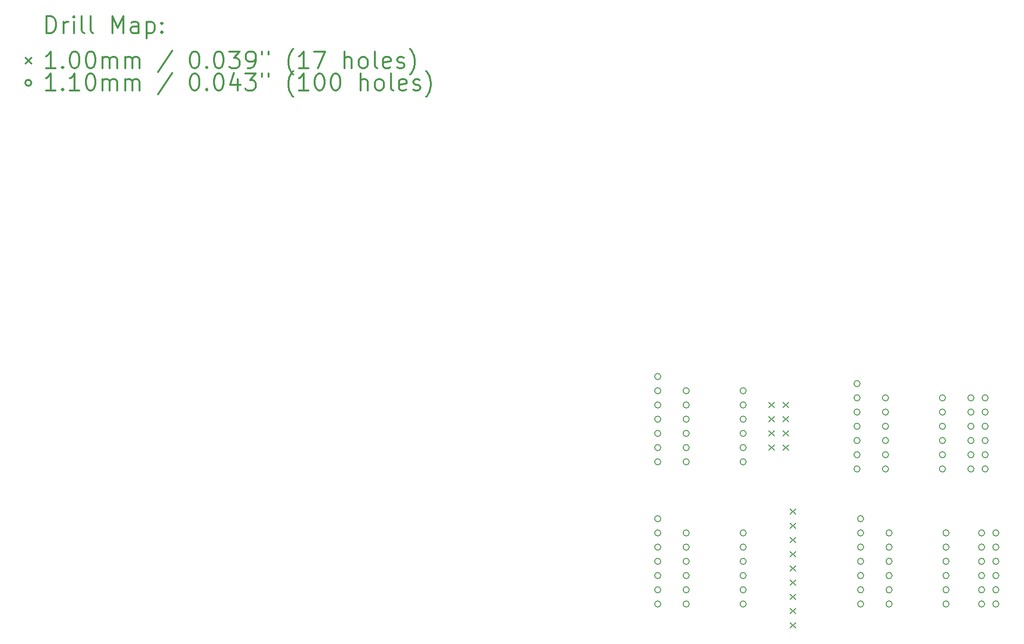
<source format=gbr>
%FSLAX45Y45*%
G04 Gerber Fmt 4.5, Leading zero omitted, Abs format (unit mm)*
G04 Created by KiCad (PCBNEW 4.0.7) date 08/25/18 10:55:58*
%MOMM*%
%LPD*%
G01*
G04 APERTURE LIST*
%ADD10C,0.127000*%
%ADD11C,0.200000*%
%ADD12C,0.300000*%
G04 APERTURE END LIST*
D10*
D11*
X13158000Y-7062000D02*
X13258000Y-7162000D01*
X13258000Y-7062000D02*
X13158000Y-7162000D01*
X13158000Y-7316000D02*
X13258000Y-7416000D01*
X13258000Y-7316000D02*
X13158000Y-7416000D01*
X13158000Y-7570000D02*
X13258000Y-7670000D01*
X13258000Y-7570000D02*
X13158000Y-7670000D01*
X13158000Y-7824000D02*
X13258000Y-7924000D01*
X13258000Y-7824000D02*
X13158000Y-7924000D01*
X13412000Y-7062000D02*
X13512000Y-7162000D01*
X13512000Y-7062000D02*
X13412000Y-7162000D01*
X13412000Y-7316000D02*
X13512000Y-7416000D01*
X13512000Y-7316000D02*
X13412000Y-7416000D01*
X13412000Y-7570000D02*
X13512000Y-7670000D01*
X13512000Y-7570000D02*
X13412000Y-7670000D01*
X13412000Y-7824000D02*
X13512000Y-7924000D01*
X13512000Y-7824000D02*
X13412000Y-7924000D01*
X13539000Y-8967000D02*
X13639000Y-9067000D01*
X13639000Y-8967000D02*
X13539000Y-9067000D01*
X13539000Y-9221000D02*
X13639000Y-9321000D01*
X13639000Y-9221000D02*
X13539000Y-9321000D01*
X13539000Y-9475000D02*
X13639000Y-9575000D01*
X13639000Y-9475000D02*
X13539000Y-9575000D01*
X13539000Y-9729000D02*
X13639000Y-9829000D01*
X13639000Y-9729000D02*
X13539000Y-9829000D01*
X13539000Y-9983000D02*
X13639000Y-10083000D01*
X13639000Y-9983000D02*
X13539000Y-10083000D01*
X13539000Y-10237000D02*
X13639000Y-10337000D01*
X13639000Y-10237000D02*
X13539000Y-10337000D01*
X13539000Y-10491000D02*
X13639000Y-10591000D01*
X13639000Y-10491000D02*
X13539000Y-10591000D01*
X13539000Y-10745000D02*
X13639000Y-10845000D01*
X13639000Y-10745000D02*
X13539000Y-10845000D01*
X13539000Y-10999000D02*
X13639000Y-11099000D01*
X13639000Y-10999000D02*
X13539000Y-11099000D01*
X11231000Y-6604000D02*
G75*
G03X11231000Y-6604000I-55000J0D01*
G01*
X11231000Y-6858000D02*
G75*
G03X11231000Y-6858000I-55000J0D01*
G01*
X11231000Y-7112000D02*
G75*
G03X11231000Y-7112000I-55000J0D01*
G01*
X11231000Y-7366000D02*
G75*
G03X11231000Y-7366000I-55000J0D01*
G01*
X11231000Y-7620000D02*
G75*
G03X11231000Y-7620000I-55000J0D01*
G01*
X11231000Y-7874000D02*
G75*
G03X11231000Y-7874000I-55000J0D01*
G01*
X11231000Y-8128000D02*
G75*
G03X11231000Y-8128000I-55000J0D01*
G01*
X11231000Y-9144000D02*
G75*
G03X11231000Y-9144000I-55000J0D01*
G01*
X11231000Y-9398000D02*
G75*
G03X11231000Y-9398000I-55000J0D01*
G01*
X11231000Y-9652000D02*
G75*
G03X11231000Y-9652000I-55000J0D01*
G01*
X11231000Y-9906000D02*
G75*
G03X11231000Y-9906000I-55000J0D01*
G01*
X11231000Y-10160000D02*
G75*
G03X11231000Y-10160000I-55000J0D01*
G01*
X11231000Y-10414000D02*
G75*
G03X11231000Y-10414000I-55000J0D01*
G01*
X11231000Y-10668000D02*
G75*
G03X11231000Y-10668000I-55000J0D01*
G01*
X11739000Y-6858000D02*
G75*
G03X11739000Y-6858000I-55000J0D01*
G01*
X11739000Y-7112000D02*
G75*
G03X11739000Y-7112000I-55000J0D01*
G01*
X11739000Y-7366000D02*
G75*
G03X11739000Y-7366000I-55000J0D01*
G01*
X11739000Y-7620000D02*
G75*
G03X11739000Y-7620000I-55000J0D01*
G01*
X11739000Y-7874000D02*
G75*
G03X11739000Y-7874000I-55000J0D01*
G01*
X11739000Y-8128000D02*
G75*
G03X11739000Y-8128000I-55000J0D01*
G01*
X11739000Y-9398000D02*
G75*
G03X11739000Y-9398000I-55000J0D01*
G01*
X11739000Y-9652000D02*
G75*
G03X11739000Y-9652000I-55000J0D01*
G01*
X11739000Y-9906000D02*
G75*
G03X11739000Y-9906000I-55000J0D01*
G01*
X11739000Y-10160000D02*
G75*
G03X11739000Y-10160000I-55000J0D01*
G01*
X11739000Y-10414000D02*
G75*
G03X11739000Y-10414000I-55000J0D01*
G01*
X11739000Y-10668000D02*
G75*
G03X11739000Y-10668000I-55000J0D01*
G01*
X12755000Y-6858000D02*
G75*
G03X12755000Y-6858000I-55000J0D01*
G01*
X12755000Y-7112000D02*
G75*
G03X12755000Y-7112000I-55000J0D01*
G01*
X12755000Y-7366000D02*
G75*
G03X12755000Y-7366000I-55000J0D01*
G01*
X12755000Y-7620000D02*
G75*
G03X12755000Y-7620000I-55000J0D01*
G01*
X12755000Y-7874000D02*
G75*
G03X12755000Y-7874000I-55000J0D01*
G01*
X12755000Y-8128000D02*
G75*
G03X12755000Y-8128000I-55000J0D01*
G01*
X12755000Y-9398000D02*
G75*
G03X12755000Y-9398000I-55000J0D01*
G01*
X12755000Y-9652000D02*
G75*
G03X12755000Y-9652000I-55000J0D01*
G01*
X12755000Y-9906000D02*
G75*
G03X12755000Y-9906000I-55000J0D01*
G01*
X12755000Y-10160000D02*
G75*
G03X12755000Y-10160000I-55000J0D01*
G01*
X12755000Y-10414000D02*
G75*
G03X12755000Y-10414000I-55000J0D01*
G01*
X12755000Y-10668000D02*
G75*
G03X12755000Y-10668000I-55000J0D01*
G01*
X14787000Y-6731000D02*
G75*
G03X14787000Y-6731000I-55000J0D01*
G01*
X14787000Y-6985000D02*
G75*
G03X14787000Y-6985000I-55000J0D01*
G01*
X14787000Y-7239000D02*
G75*
G03X14787000Y-7239000I-55000J0D01*
G01*
X14787000Y-7493000D02*
G75*
G03X14787000Y-7493000I-55000J0D01*
G01*
X14787000Y-7747000D02*
G75*
G03X14787000Y-7747000I-55000J0D01*
G01*
X14787000Y-8001000D02*
G75*
G03X14787000Y-8001000I-55000J0D01*
G01*
X14787000Y-8255000D02*
G75*
G03X14787000Y-8255000I-55000J0D01*
G01*
X14850500Y-9144000D02*
G75*
G03X14850500Y-9144000I-55000J0D01*
G01*
X14850500Y-9398000D02*
G75*
G03X14850500Y-9398000I-55000J0D01*
G01*
X14850500Y-9652000D02*
G75*
G03X14850500Y-9652000I-55000J0D01*
G01*
X14850500Y-9906000D02*
G75*
G03X14850500Y-9906000I-55000J0D01*
G01*
X14850500Y-10160000D02*
G75*
G03X14850500Y-10160000I-55000J0D01*
G01*
X14850500Y-10414000D02*
G75*
G03X14850500Y-10414000I-55000J0D01*
G01*
X14850500Y-10668000D02*
G75*
G03X14850500Y-10668000I-55000J0D01*
G01*
X15295000Y-6985000D02*
G75*
G03X15295000Y-6985000I-55000J0D01*
G01*
X15295000Y-7239000D02*
G75*
G03X15295000Y-7239000I-55000J0D01*
G01*
X15295000Y-7493000D02*
G75*
G03X15295000Y-7493000I-55000J0D01*
G01*
X15295000Y-7747000D02*
G75*
G03X15295000Y-7747000I-55000J0D01*
G01*
X15295000Y-8001000D02*
G75*
G03X15295000Y-8001000I-55000J0D01*
G01*
X15295000Y-8255000D02*
G75*
G03X15295000Y-8255000I-55000J0D01*
G01*
X15358500Y-9398000D02*
G75*
G03X15358500Y-9398000I-55000J0D01*
G01*
X15358500Y-9652000D02*
G75*
G03X15358500Y-9652000I-55000J0D01*
G01*
X15358500Y-9906000D02*
G75*
G03X15358500Y-9906000I-55000J0D01*
G01*
X15358500Y-10160000D02*
G75*
G03X15358500Y-10160000I-55000J0D01*
G01*
X15358500Y-10414000D02*
G75*
G03X15358500Y-10414000I-55000J0D01*
G01*
X15358500Y-10668000D02*
G75*
G03X15358500Y-10668000I-55000J0D01*
G01*
X16311000Y-6985000D02*
G75*
G03X16311000Y-6985000I-55000J0D01*
G01*
X16311000Y-7239000D02*
G75*
G03X16311000Y-7239000I-55000J0D01*
G01*
X16311000Y-7493000D02*
G75*
G03X16311000Y-7493000I-55000J0D01*
G01*
X16311000Y-7747000D02*
G75*
G03X16311000Y-7747000I-55000J0D01*
G01*
X16311000Y-8001000D02*
G75*
G03X16311000Y-8001000I-55000J0D01*
G01*
X16311000Y-8255000D02*
G75*
G03X16311000Y-8255000I-55000J0D01*
G01*
X16374500Y-9398000D02*
G75*
G03X16374500Y-9398000I-55000J0D01*
G01*
X16374500Y-9652000D02*
G75*
G03X16374500Y-9652000I-55000J0D01*
G01*
X16374500Y-9906000D02*
G75*
G03X16374500Y-9906000I-55000J0D01*
G01*
X16374500Y-10160000D02*
G75*
G03X16374500Y-10160000I-55000J0D01*
G01*
X16374500Y-10414000D02*
G75*
G03X16374500Y-10414000I-55000J0D01*
G01*
X16374500Y-10668000D02*
G75*
G03X16374500Y-10668000I-55000J0D01*
G01*
X16819000Y-6985000D02*
G75*
G03X16819000Y-6985000I-55000J0D01*
G01*
X16819000Y-7239000D02*
G75*
G03X16819000Y-7239000I-55000J0D01*
G01*
X16819000Y-7493000D02*
G75*
G03X16819000Y-7493000I-55000J0D01*
G01*
X16819000Y-7747000D02*
G75*
G03X16819000Y-7747000I-55000J0D01*
G01*
X16819000Y-8001000D02*
G75*
G03X16819000Y-8001000I-55000J0D01*
G01*
X16819000Y-8255000D02*
G75*
G03X16819000Y-8255000I-55000J0D01*
G01*
X17009500Y-9398000D02*
G75*
G03X17009500Y-9398000I-55000J0D01*
G01*
X17009500Y-9652000D02*
G75*
G03X17009500Y-9652000I-55000J0D01*
G01*
X17009500Y-9906000D02*
G75*
G03X17009500Y-9906000I-55000J0D01*
G01*
X17009500Y-10160000D02*
G75*
G03X17009500Y-10160000I-55000J0D01*
G01*
X17009500Y-10414000D02*
G75*
G03X17009500Y-10414000I-55000J0D01*
G01*
X17009500Y-10668000D02*
G75*
G03X17009500Y-10668000I-55000J0D01*
G01*
X17073000Y-6985000D02*
G75*
G03X17073000Y-6985000I-55000J0D01*
G01*
X17073000Y-7239000D02*
G75*
G03X17073000Y-7239000I-55000J0D01*
G01*
X17073000Y-7493000D02*
G75*
G03X17073000Y-7493000I-55000J0D01*
G01*
X17073000Y-7747000D02*
G75*
G03X17073000Y-7747000I-55000J0D01*
G01*
X17073000Y-8001000D02*
G75*
G03X17073000Y-8001000I-55000J0D01*
G01*
X17073000Y-8255000D02*
G75*
G03X17073000Y-8255000I-55000J0D01*
G01*
X17263500Y-9398000D02*
G75*
G03X17263500Y-9398000I-55000J0D01*
G01*
X17263500Y-9652000D02*
G75*
G03X17263500Y-9652000I-55000J0D01*
G01*
X17263500Y-9906000D02*
G75*
G03X17263500Y-9906000I-55000J0D01*
G01*
X17263500Y-10160000D02*
G75*
G03X17263500Y-10160000I-55000J0D01*
G01*
X17263500Y-10414000D02*
G75*
G03X17263500Y-10414000I-55000J0D01*
G01*
X17263500Y-10668000D02*
G75*
G03X17263500Y-10668000I-55000J0D01*
G01*
D12*
X271429Y-465714D02*
X271429Y-165714D01*
X342857Y-165714D01*
X385714Y-180000D01*
X414286Y-208571D01*
X428571Y-237143D01*
X442857Y-294286D01*
X442857Y-337143D01*
X428571Y-394286D01*
X414286Y-422857D01*
X385714Y-451429D01*
X342857Y-465714D01*
X271429Y-465714D01*
X571429Y-465714D02*
X571429Y-265714D01*
X571429Y-322857D02*
X585714Y-294286D01*
X600000Y-280000D01*
X628571Y-265714D01*
X657143Y-265714D01*
X757143Y-465714D02*
X757143Y-265714D01*
X757143Y-165714D02*
X742857Y-180000D01*
X757143Y-194286D01*
X771429Y-180000D01*
X757143Y-165714D01*
X757143Y-194286D01*
X942857Y-465714D02*
X914286Y-451429D01*
X900000Y-422857D01*
X900000Y-165714D01*
X1100000Y-465714D02*
X1071429Y-451429D01*
X1057143Y-422857D01*
X1057143Y-165714D01*
X1442857Y-465714D02*
X1442857Y-165714D01*
X1542857Y-380000D01*
X1642857Y-165714D01*
X1642857Y-465714D01*
X1914286Y-465714D02*
X1914286Y-308571D01*
X1900000Y-280000D01*
X1871429Y-265714D01*
X1814286Y-265714D01*
X1785714Y-280000D01*
X1914286Y-451429D02*
X1885714Y-465714D01*
X1814286Y-465714D01*
X1785714Y-451429D01*
X1771429Y-422857D01*
X1771429Y-394286D01*
X1785714Y-365714D01*
X1814286Y-351429D01*
X1885714Y-351429D01*
X1914286Y-337143D01*
X2057143Y-265714D02*
X2057143Y-565714D01*
X2057143Y-280000D02*
X2085714Y-265714D01*
X2142857Y-265714D01*
X2171429Y-280000D01*
X2185714Y-294286D01*
X2200000Y-322857D01*
X2200000Y-408571D01*
X2185714Y-437143D01*
X2171429Y-451429D01*
X2142857Y-465714D01*
X2085714Y-465714D01*
X2057143Y-451429D01*
X2328572Y-437143D02*
X2342857Y-451429D01*
X2328572Y-465714D01*
X2314286Y-451429D01*
X2328572Y-437143D01*
X2328572Y-465714D01*
X2328572Y-280000D02*
X2342857Y-294286D01*
X2328572Y-308571D01*
X2314286Y-294286D01*
X2328572Y-280000D01*
X2328572Y-308571D01*
X-100000Y-910000D02*
X0Y-1010000D01*
X0Y-910000D02*
X-100000Y-1010000D01*
X428571Y-1095714D02*
X257143Y-1095714D01*
X342857Y-1095714D02*
X342857Y-795714D01*
X314286Y-838571D01*
X285714Y-867143D01*
X257143Y-881429D01*
X557143Y-1067143D02*
X571429Y-1081429D01*
X557143Y-1095714D01*
X542857Y-1081429D01*
X557143Y-1067143D01*
X557143Y-1095714D01*
X757143Y-795714D02*
X785714Y-795714D01*
X814286Y-810000D01*
X828571Y-824286D01*
X842857Y-852857D01*
X857143Y-910000D01*
X857143Y-981429D01*
X842857Y-1038571D01*
X828571Y-1067143D01*
X814286Y-1081429D01*
X785714Y-1095714D01*
X757143Y-1095714D01*
X728571Y-1081429D01*
X714286Y-1067143D01*
X700000Y-1038571D01*
X685714Y-981429D01*
X685714Y-910000D01*
X700000Y-852857D01*
X714286Y-824286D01*
X728571Y-810000D01*
X757143Y-795714D01*
X1042857Y-795714D02*
X1071429Y-795714D01*
X1100000Y-810000D01*
X1114286Y-824286D01*
X1128571Y-852857D01*
X1142857Y-910000D01*
X1142857Y-981429D01*
X1128571Y-1038571D01*
X1114286Y-1067143D01*
X1100000Y-1081429D01*
X1071429Y-1095714D01*
X1042857Y-1095714D01*
X1014286Y-1081429D01*
X1000000Y-1067143D01*
X985714Y-1038571D01*
X971429Y-981429D01*
X971429Y-910000D01*
X985714Y-852857D01*
X1000000Y-824286D01*
X1014286Y-810000D01*
X1042857Y-795714D01*
X1271429Y-1095714D02*
X1271429Y-895714D01*
X1271429Y-924286D02*
X1285714Y-910000D01*
X1314286Y-895714D01*
X1357143Y-895714D01*
X1385714Y-910000D01*
X1400000Y-938571D01*
X1400000Y-1095714D01*
X1400000Y-938571D02*
X1414286Y-910000D01*
X1442857Y-895714D01*
X1485714Y-895714D01*
X1514286Y-910000D01*
X1528571Y-938571D01*
X1528571Y-1095714D01*
X1671429Y-1095714D02*
X1671429Y-895714D01*
X1671429Y-924286D02*
X1685714Y-910000D01*
X1714286Y-895714D01*
X1757143Y-895714D01*
X1785714Y-910000D01*
X1800000Y-938571D01*
X1800000Y-1095714D01*
X1800000Y-938571D02*
X1814286Y-910000D01*
X1842857Y-895714D01*
X1885714Y-895714D01*
X1914286Y-910000D01*
X1928571Y-938571D01*
X1928571Y-1095714D01*
X2514286Y-781429D02*
X2257143Y-1167143D01*
X2900000Y-795714D02*
X2928571Y-795714D01*
X2957143Y-810000D01*
X2971428Y-824286D01*
X2985714Y-852857D01*
X3000000Y-910000D01*
X3000000Y-981429D01*
X2985714Y-1038571D01*
X2971428Y-1067143D01*
X2957143Y-1081429D01*
X2928571Y-1095714D01*
X2900000Y-1095714D01*
X2871428Y-1081429D01*
X2857143Y-1067143D01*
X2842857Y-1038571D01*
X2828571Y-981429D01*
X2828571Y-910000D01*
X2842857Y-852857D01*
X2857143Y-824286D01*
X2871428Y-810000D01*
X2900000Y-795714D01*
X3128571Y-1067143D02*
X3142857Y-1081429D01*
X3128571Y-1095714D01*
X3114286Y-1081429D01*
X3128571Y-1067143D01*
X3128571Y-1095714D01*
X3328571Y-795714D02*
X3357143Y-795714D01*
X3385714Y-810000D01*
X3400000Y-824286D01*
X3414286Y-852857D01*
X3428571Y-910000D01*
X3428571Y-981429D01*
X3414286Y-1038571D01*
X3400000Y-1067143D01*
X3385714Y-1081429D01*
X3357143Y-1095714D01*
X3328571Y-1095714D01*
X3300000Y-1081429D01*
X3285714Y-1067143D01*
X3271428Y-1038571D01*
X3257143Y-981429D01*
X3257143Y-910000D01*
X3271428Y-852857D01*
X3285714Y-824286D01*
X3300000Y-810000D01*
X3328571Y-795714D01*
X3528571Y-795714D02*
X3714286Y-795714D01*
X3614286Y-910000D01*
X3657143Y-910000D01*
X3685714Y-924286D01*
X3700000Y-938571D01*
X3714286Y-967143D01*
X3714286Y-1038571D01*
X3700000Y-1067143D01*
X3685714Y-1081429D01*
X3657143Y-1095714D01*
X3571428Y-1095714D01*
X3542857Y-1081429D01*
X3528571Y-1067143D01*
X3857143Y-1095714D02*
X3914286Y-1095714D01*
X3942857Y-1081429D01*
X3957143Y-1067143D01*
X3985714Y-1024286D01*
X4000000Y-967143D01*
X4000000Y-852857D01*
X3985714Y-824286D01*
X3971428Y-810000D01*
X3942857Y-795714D01*
X3885714Y-795714D01*
X3857143Y-810000D01*
X3842857Y-824286D01*
X3828571Y-852857D01*
X3828571Y-924286D01*
X3842857Y-952857D01*
X3857143Y-967143D01*
X3885714Y-981429D01*
X3942857Y-981429D01*
X3971428Y-967143D01*
X3985714Y-952857D01*
X4000000Y-924286D01*
X4114286Y-795714D02*
X4114286Y-852857D01*
X4228571Y-795714D02*
X4228571Y-852857D01*
X4671429Y-1210000D02*
X4657143Y-1195714D01*
X4628571Y-1152857D01*
X4614286Y-1124286D01*
X4600000Y-1081429D01*
X4585714Y-1010000D01*
X4585714Y-952857D01*
X4600000Y-881429D01*
X4614286Y-838571D01*
X4628571Y-810000D01*
X4657143Y-767143D01*
X4671429Y-752857D01*
X4942857Y-1095714D02*
X4771429Y-1095714D01*
X4857143Y-1095714D02*
X4857143Y-795714D01*
X4828571Y-838571D01*
X4800000Y-867143D01*
X4771429Y-881429D01*
X5042857Y-795714D02*
X5242857Y-795714D01*
X5114286Y-1095714D01*
X5585714Y-1095714D02*
X5585714Y-795714D01*
X5714286Y-1095714D02*
X5714286Y-938571D01*
X5700000Y-910000D01*
X5671428Y-895714D01*
X5628571Y-895714D01*
X5600000Y-910000D01*
X5585714Y-924286D01*
X5900000Y-1095714D02*
X5871428Y-1081429D01*
X5857143Y-1067143D01*
X5842857Y-1038571D01*
X5842857Y-952857D01*
X5857143Y-924286D01*
X5871428Y-910000D01*
X5900000Y-895714D01*
X5942857Y-895714D01*
X5971428Y-910000D01*
X5985714Y-924286D01*
X6000000Y-952857D01*
X6000000Y-1038571D01*
X5985714Y-1067143D01*
X5971428Y-1081429D01*
X5942857Y-1095714D01*
X5900000Y-1095714D01*
X6171428Y-1095714D02*
X6142857Y-1081429D01*
X6128571Y-1052857D01*
X6128571Y-795714D01*
X6400000Y-1081429D02*
X6371429Y-1095714D01*
X6314286Y-1095714D01*
X6285714Y-1081429D01*
X6271429Y-1052857D01*
X6271429Y-938571D01*
X6285714Y-910000D01*
X6314286Y-895714D01*
X6371429Y-895714D01*
X6400000Y-910000D01*
X6414286Y-938571D01*
X6414286Y-967143D01*
X6271429Y-995714D01*
X6528571Y-1081429D02*
X6557143Y-1095714D01*
X6614286Y-1095714D01*
X6642857Y-1081429D01*
X6657143Y-1052857D01*
X6657143Y-1038571D01*
X6642857Y-1010000D01*
X6614286Y-995714D01*
X6571429Y-995714D01*
X6542857Y-981429D01*
X6528571Y-952857D01*
X6528571Y-938571D01*
X6542857Y-910000D01*
X6571429Y-895714D01*
X6614286Y-895714D01*
X6642857Y-910000D01*
X6757143Y-1210000D02*
X6771429Y-1195714D01*
X6800000Y-1152857D01*
X6814286Y-1124286D01*
X6828571Y-1081429D01*
X6842857Y-1010000D01*
X6842857Y-952857D01*
X6828571Y-881429D01*
X6814286Y-838571D01*
X6800000Y-810000D01*
X6771429Y-767143D01*
X6757143Y-752857D01*
X0Y-1356000D02*
G75*
G03X0Y-1356000I-55000J0D01*
G01*
X428571Y-1491714D02*
X257143Y-1491714D01*
X342857Y-1491714D02*
X342857Y-1191714D01*
X314286Y-1234571D01*
X285714Y-1263143D01*
X257143Y-1277429D01*
X557143Y-1463143D02*
X571429Y-1477429D01*
X557143Y-1491714D01*
X542857Y-1477429D01*
X557143Y-1463143D01*
X557143Y-1491714D01*
X857143Y-1491714D02*
X685714Y-1491714D01*
X771428Y-1491714D02*
X771428Y-1191714D01*
X742857Y-1234571D01*
X714286Y-1263143D01*
X685714Y-1277429D01*
X1042857Y-1191714D02*
X1071429Y-1191714D01*
X1100000Y-1206000D01*
X1114286Y-1220286D01*
X1128571Y-1248857D01*
X1142857Y-1306000D01*
X1142857Y-1377429D01*
X1128571Y-1434571D01*
X1114286Y-1463143D01*
X1100000Y-1477429D01*
X1071429Y-1491714D01*
X1042857Y-1491714D01*
X1014286Y-1477429D01*
X1000000Y-1463143D01*
X985714Y-1434571D01*
X971429Y-1377429D01*
X971429Y-1306000D01*
X985714Y-1248857D01*
X1000000Y-1220286D01*
X1014286Y-1206000D01*
X1042857Y-1191714D01*
X1271429Y-1491714D02*
X1271429Y-1291714D01*
X1271429Y-1320286D02*
X1285714Y-1306000D01*
X1314286Y-1291714D01*
X1357143Y-1291714D01*
X1385714Y-1306000D01*
X1400000Y-1334571D01*
X1400000Y-1491714D01*
X1400000Y-1334571D02*
X1414286Y-1306000D01*
X1442857Y-1291714D01*
X1485714Y-1291714D01*
X1514286Y-1306000D01*
X1528571Y-1334571D01*
X1528571Y-1491714D01*
X1671429Y-1491714D02*
X1671429Y-1291714D01*
X1671429Y-1320286D02*
X1685714Y-1306000D01*
X1714286Y-1291714D01*
X1757143Y-1291714D01*
X1785714Y-1306000D01*
X1800000Y-1334571D01*
X1800000Y-1491714D01*
X1800000Y-1334571D02*
X1814286Y-1306000D01*
X1842857Y-1291714D01*
X1885714Y-1291714D01*
X1914286Y-1306000D01*
X1928571Y-1334571D01*
X1928571Y-1491714D01*
X2514286Y-1177429D02*
X2257143Y-1563143D01*
X2900000Y-1191714D02*
X2928571Y-1191714D01*
X2957143Y-1206000D01*
X2971428Y-1220286D01*
X2985714Y-1248857D01*
X3000000Y-1306000D01*
X3000000Y-1377429D01*
X2985714Y-1434571D01*
X2971428Y-1463143D01*
X2957143Y-1477429D01*
X2928571Y-1491714D01*
X2900000Y-1491714D01*
X2871428Y-1477429D01*
X2857143Y-1463143D01*
X2842857Y-1434571D01*
X2828571Y-1377429D01*
X2828571Y-1306000D01*
X2842857Y-1248857D01*
X2857143Y-1220286D01*
X2871428Y-1206000D01*
X2900000Y-1191714D01*
X3128571Y-1463143D02*
X3142857Y-1477429D01*
X3128571Y-1491714D01*
X3114286Y-1477429D01*
X3128571Y-1463143D01*
X3128571Y-1491714D01*
X3328571Y-1191714D02*
X3357143Y-1191714D01*
X3385714Y-1206000D01*
X3400000Y-1220286D01*
X3414286Y-1248857D01*
X3428571Y-1306000D01*
X3428571Y-1377429D01*
X3414286Y-1434571D01*
X3400000Y-1463143D01*
X3385714Y-1477429D01*
X3357143Y-1491714D01*
X3328571Y-1491714D01*
X3300000Y-1477429D01*
X3285714Y-1463143D01*
X3271428Y-1434571D01*
X3257143Y-1377429D01*
X3257143Y-1306000D01*
X3271428Y-1248857D01*
X3285714Y-1220286D01*
X3300000Y-1206000D01*
X3328571Y-1191714D01*
X3685714Y-1291714D02*
X3685714Y-1491714D01*
X3614286Y-1177429D02*
X3542857Y-1391714D01*
X3728571Y-1391714D01*
X3814286Y-1191714D02*
X4000000Y-1191714D01*
X3900000Y-1306000D01*
X3942857Y-1306000D01*
X3971428Y-1320286D01*
X3985714Y-1334571D01*
X4000000Y-1363143D01*
X4000000Y-1434571D01*
X3985714Y-1463143D01*
X3971428Y-1477429D01*
X3942857Y-1491714D01*
X3857143Y-1491714D01*
X3828571Y-1477429D01*
X3814286Y-1463143D01*
X4114286Y-1191714D02*
X4114286Y-1248857D01*
X4228571Y-1191714D02*
X4228571Y-1248857D01*
X4671429Y-1606000D02*
X4657143Y-1591714D01*
X4628571Y-1548857D01*
X4614286Y-1520286D01*
X4600000Y-1477429D01*
X4585714Y-1406000D01*
X4585714Y-1348857D01*
X4600000Y-1277429D01*
X4614286Y-1234571D01*
X4628571Y-1206000D01*
X4657143Y-1163143D01*
X4671429Y-1148857D01*
X4942857Y-1491714D02*
X4771429Y-1491714D01*
X4857143Y-1491714D02*
X4857143Y-1191714D01*
X4828571Y-1234571D01*
X4800000Y-1263143D01*
X4771429Y-1277429D01*
X5128571Y-1191714D02*
X5157143Y-1191714D01*
X5185714Y-1206000D01*
X5200000Y-1220286D01*
X5214286Y-1248857D01*
X5228571Y-1306000D01*
X5228571Y-1377429D01*
X5214286Y-1434571D01*
X5200000Y-1463143D01*
X5185714Y-1477429D01*
X5157143Y-1491714D01*
X5128571Y-1491714D01*
X5100000Y-1477429D01*
X5085714Y-1463143D01*
X5071429Y-1434571D01*
X5057143Y-1377429D01*
X5057143Y-1306000D01*
X5071429Y-1248857D01*
X5085714Y-1220286D01*
X5100000Y-1206000D01*
X5128571Y-1191714D01*
X5414286Y-1191714D02*
X5442857Y-1191714D01*
X5471429Y-1206000D01*
X5485714Y-1220286D01*
X5500000Y-1248857D01*
X5514286Y-1306000D01*
X5514286Y-1377429D01*
X5500000Y-1434571D01*
X5485714Y-1463143D01*
X5471429Y-1477429D01*
X5442857Y-1491714D01*
X5414286Y-1491714D01*
X5385714Y-1477429D01*
X5371429Y-1463143D01*
X5357143Y-1434571D01*
X5342857Y-1377429D01*
X5342857Y-1306000D01*
X5357143Y-1248857D01*
X5371429Y-1220286D01*
X5385714Y-1206000D01*
X5414286Y-1191714D01*
X5871428Y-1491714D02*
X5871428Y-1191714D01*
X6000000Y-1491714D02*
X6000000Y-1334571D01*
X5985714Y-1306000D01*
X5957143Y-1291714D01*
X5914286Y-1291714D01*
X5885714Y-1306000D01*
X5871428Y-1320286D01*
X6185714Y-1491714D02*
X6157143Y-1477429D01*
X6142857Y-1463143D01*
X6128571Y-1434571D01*
X6128571Y-1348857D01*
X6142857Y-1320286D01*
X6157143Y-1306000D01*
X6185714Y-1291714D01*
X6228571Y-1291714D01*
X6257143Y-1306000D01*
X6271428Y-1320286D01*
X6285714Y-1348857D01*
X6285714Y-1434571D01*
X6271428Y-1463143D01*
X6257143Y-1477429D01*
X6228571Y-1491714D01*
X6185714Y-1491714D01*
X6457143Y-1491714D02*
X6428571Y-1477429D01*
X6414286Y-1448857D01*
X6414286Y-1191714D01*
X6685714Y-1477429D02*
X6657143Y-1491714D01*
X6600000Y-1491714D01*
X6571429Y-1477429D01*
X6557143Y-1448857D01*
X6557143Y-1334571D01*
X6571429Y-1306000D01*
X6600000Y-1291714D01*
X6657143Y-1291714D01*
X6685714Y-1306000D01*
X6700000Y-1334571D01*
X6700000Y-1363143D01*
X6557143Y-1391714D01*
X6814286Y-1477429D02*
X6842857Y-1491714D01*
X6900000Y-1491714D01*
X6928571Y-1477429D01*
X6942857Y-1448857D01*
X6942857Y-1434571D01*
X6928571Y-1406000D01*
X6900000Y-1391714D01*
X6857143Y-1391714D01*
X6828571Y-1377429D01*
X6814286Y-1348857D01*
X6814286Y-1334571D01*
X6828571Y-1306000D01*
X6857143Y-1291714D01*
X6900000Y-1291714D01*
X6928571Y-1306000D01*
X7042857Y-1606000D02*
X7057143Y-1591714D01*
X7085714Y-1548857D01*
X7100000Y-1520286D01*
X7114286Y-1477429D01*
X7128571Y-1406000D01*
X7128571Y-1348857D01*
X7114286Y-1277429D01*
X7100000Y-1234571D01*
X7085714Y-1206000D01*
X7057143Y-1163143D01*
X7042857Y-1148857D01*
M02*

</source>
